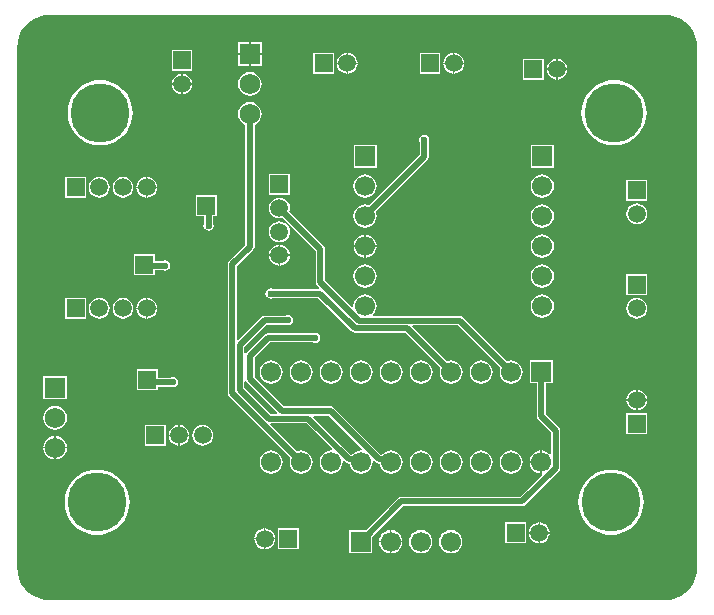
<source format=gbl>
G04*
G04 #@! TF.GenerationSoftware,Altium Limited,Altium Designer,24.3.1 (35)*
G04*
G04 Layer_Physical_Order=2*
G04 Layer_Color=16711680*
%FSLAX25Y25*%
%MOIN*%
G70*
G04*
G04 #@! TF.SameCoordinates,C640A665-BD72-4C55-9E38-BDB06A3A2499*
G04*
G04*
G04 #@! TF.FilePolarity,Positive*
G04*
G01*
G75*
%ADD37C,0.02000*%
%ADD38C,0.19685*%
%ADD39C,0.05906*%
%ADD40R,0.05906X0.05906*%
%ADD41R,0.05906X0.05906*%
%ADD42R,0.06693X0.06693*%
%ADD43C,0.06693*%
%ADD44R,0.06890X0.06890*%
%ADD45C,0.06890*%
%ADD46R,0.06693X0.06693*%
%ADD47C,0.02362*%
%ADD48R,0.06000X0.06000*%
G36*
X190887Y162409D02*
X192740Y161913D01*
X194479Y161102D01*
X196050Y160002D01*
X197407Y158645D01*
X198507Y157074D01*
X199318Y155335D01*
X199814Y153482D01*
X199985Y151536D01*
Y-21622D01*
X199814Y-23568D01*
X199318Y-25421D01*
X198507Y-27160D01*
X197407Y-28731D01*
X196050Y-30088D01*
X194479Y-31188D01*
X192740Y-31999D01*
X190887Y-32495D01*
X188941Y-32666D01*
X-15713D01*
X-17659Y-32495D01*
X-19512Y-31999D01*
X-21251Y-31188D01*
X-22822Y-30088D01*
X-24179Y-28731D01*
X-25279Y-27160D01*
X-26090Y-25421D01*
X-26586Y-23568D01*
X-26756Y-21622D01*
X-26756Y151536D01*
X-26586Y153482D01*
X-26090Y155335D01*
X-25279Y157074D01*
X-24179Y158645D01*
X-22822Y160002D01*
X-21251Y161102D01*
X-19512Y161913D01*
X-17659Y162409D01*
X-15713Y162579D01*
X188941D01*
X190887Y162409D01*
D02*
G37*
%LPC*%
G36*
X54831Y153410D02*
X51136D01*
Y149715D01*
X54831D01*
Y153410D01*
D02*
G37*
G36*
X50636D02*
X46941D01*
Y149715D01*
X50636D01*
Y153410D01*
D02*
G37*
G36*
X83616Y149804D02*
Y146605D01*
X86816D01*
X86730Y147256D01*
X86382Y148096D01*
X85829Y148817D01*
X85107Y149371D01*
X84267Y149718D01*
X83616Y149804D01*
D02*
G37*
G36*
X119049Y149804D02*
Y146605D01*
X122249D01*
X122163Y147256D01*
X121815Y148096D01*
X121262Y148817D01*
X120540Y149371D01*
X119701Y149718D01*
X119049Y149804D01*
D02*
G37*
G36*
X118549D02*
X117898Y149718D01*
X117058Y149371D01*
X116337Y148817D01*
X115783Y148096D01*
X115435Y147256D01*
X115350Y146605D01*
X118549D01*
Y149804D01*
D02*
G37*
G36*
X83116D02*
X82465Y149718D01*
X81625Y149371D01*
X80904Y148817D01*
X80350Y148096D01*
X80002Y147256D01*
X79917Y146605D01*
X83116D01*
Y149804D01*
D02*
G37*
G36*
X54831Y149215D02*
X51136D01*
Y145520D01*
X54831D01*
Y149215D01*
D02*
G37*
G36*
X50636D02*
X46941D01*
Y145520D01*
X50636D01*
Y149215D01*
D02*
G37*
G36*
X153498Y147836D02*
Y144636D01*
X156698D01*
X156612Y145287D01*
X156264Y146127D01*
X155711Y146849D01*
X154989Y147402D01*
X154149Y147750D01*
X153498Y147836D01*
D02*
G37*
G36*
X152998D02*
X152347Y147750D01*
X151507Y147402D01*
X150786Y146849D01*
X150232Y146127D01*
X149884Y145287D01*
X149798Y144636D01*
X152998D01*
Y147836D01*
D02*
G37*
G36*
X31701Y150792D02*
X24795D01*
Y143886D01*
X31701D01*
Y150792D01*
D02*
G37*
G36*
X86816Y146105D02*
X83616D01*
Y142905D01*
X84267Y142991D01*
X85107Y143339D01*
X85829Y143892D01*
X86382Y144613D01*
X86730Y145453D01*
X86816Y146105D01*
D02*
G37*
G36*
X118549D02*
X115350D01*
X115435Y145453D01*
X115783Y144613D01*
X116337Y143892D01*
X117058Y143339D01*
X117898Y142991D01*
X118549Y142905D01*
Y146105D01*
D02*
G37*
G36*
X122249D02*
X119049D01*
Y142905D01*
X119701Y142991D01*
X120540Y143339D01*
X121262Y143892D01*
X121815Y144613D01*
X122163Y145453D01*
X122249Y146105D01*
D02*
G37*
G36*
X83116D02*
X79917D01*
X80002Y145453D01*
X80350Y144613D01*
X80904Y143892D01*
X81625Y143339D01*
X82465Y142991D01*
X83116Y142905D01*
Y146105D01*
D02*
G37*
G36*
X114378Y149807D02*
X107473D01*
Y142902D01*
X114378D01*
Y149807D01*
D02*
G37*
G36*
X78945D02*
X72039D01*
Y142902D01*
X78945D01*
Y149807D01*
D02*
G37*
G36*
X156698Y144136D02*
X153498D01*
Y140936D01*
X154149Y141022D01*
X154989Y141370D01*
X155711Y141923D01*
X156264Y142645D01*
X156612Y143485D01*
X156698Y144136D01*
D02*
G37*
G36*
X152998D02*
X149798D01*
X149884Y143485D01*
X150232Y142645D01*
X150786Y141923D01*
X151507Y141370D01*
X152347Y141022D01*
X152998Y140936D01*
Y144136D01*
D02*
G37*
G36*
X148827Y147839D02*
X141921D01*
Y140933D01*
X148827D01*
Y147839D01*
D02*
G37*
G36*
X28498Y142914D02*
Y139715D01*
X31698D01*
X31612Y140366D01*
X31264Y141206D01*
X30711Y141927D01*
X29989Y142481D01*
X29149Y142829D01*
X28498Y142914D01*
D02*
G37*
G36*
X27998D02*
X27347Y142829D01*
X26507Y142481D01*
X25785Y141927D01*
X25232Y141206D01*
X24884Y140366D01*
X24798Y139715D01*
X27998D01*
Y142914D01*
D02*
G37*
G36*
X31698Y139215D02*
X28498D01*
Y136015D01*
X29149Y136101D01*
X29989Y136449D01*
X30711Y137002D01*
X31264Y137724D01*
X31612Y138563D01*
X31698Y139215D01*
D02*
G37*
G36*
X27998D02*
X24798D01*
X24884Y138563D01*
X25232Y137724D01*
X25785Y137002D01*
X26507Y136449D01*
X27347Y136101D01*
X27998Y136015D01*
Y139215D01*
D02*
G37*
G36*
X50886Y143444D02*
X49856Y143308D01*
X48896Y142911D01*
X48072Y142278D01*
X47440Y141454D01*
X47043Y140495D01*
X46907Y139465D01*
X47043Y138435D01*
X47440Y137475D01*
X48072Y136651D01*
X48896Y136019D01*
X49856Y135622D01*
X50886Y135486D01*
X51916Y135622D01*
X52875Y136019D01*
X53699Y136651D01*
X54332Y137475D01*
X54729Y138435D01*
X54865Y139465D01*
X54729Y140495D01*
X54332Y141454D01*
X53699Y142278D01*
X52875Y142911D01*
X51916Y143308D01*
X50886Y143444D01*
D02*
G37*
G36*
X172244Y140778D02*
X170545Y140644D01*
X168888Y140246D01*
X167314Y139594D01*
X165861Y138704D01*
X164565Y137597D01*
X163458Y136301D01*
X162567Y134848D01*
X161915Y133273D01*
X161518Y131616D01*
X161384Y129918D01*
X161518Y128219D01*
X161915Y126561D01*
X162567Y124987D01*
X163458Y123534D01*
X164565Y122238D01*
X165861Y121131D01*
X167314Y120241D01*
X168888Y119589D01*
X170545Y119191D01*
X172244Y119057D01*
X173943Y119191D01*
X175600Y119589D01*
X177174Y120241D01*
X178628Y121131D01*
X179923Y122238D01*
X181030Y123534D01*
X181921Y124987D01*
X182573Y126561D01*
X182971Y128219D01*
X183104Y129918D01*
X182971Y131616D01*
X182573Y133273D01*
X181921Y134848D01*
X181030Y136301D01*
X179923Y137597D01*
X178628Y138704D01*
X177174Y139594D01*
X175600Y140246D01*
X173943Y140644D01*
X172244Y140778D01*
D02*
G37*
G36*
X984Y140778D02*
X-715Y140644D01*
X-2372Y140246D01*
X-3946Y139594D01*
X-5399Y138704D01*
X-6695Y137597D01*
X-7802Y136301D01*
X-8692Y134848D01*
X-9345Y133273D01*
X-9742Y131616D01*
X-9876Y129918D01*
X-9742Y128219D01*
X-9345Y126561D01*
X-8692Y124987D01*
X-7802Y123534D01*
X-6695Y122238D01*
X-5399Y121131D01*
X-3946Y120241D01*
X-2372Y119589D01*
X-715Y119191D01*
X984Y119057D01*
X2683Y119191D01*
X4340Y119589D01*
X5915Y120241D01*
X7368Y121131D01*
X8664Y122238D01*
X9770Y123534D01*
X10661Y124987D01*
X11313Y126561D01*
X11711Y128219D01*
X11845Y129918D01*
X11711Y131616D01*
X11313Y133273D01*
X10661Y134848D01*
X9770Y136301D01*
X8664Y137597D01*
X7368Y138704D01*
X5915Y139594D01*
X4340Y140246D01*
X2683Y140644D01*
X984Y140778D01*
D02*
G37*
G36*
X152173Y119256D02*
X144480D01*
Y111563D01*
X152173D01*
Y119256D01*
D02*
G37*
G36*
X93118D02*
X85425D01*
Y111563D01*
X93118D01*
Y119256D01*
D02*
G37*
G36*
X16687Y108466D02*
Y105266D01*
X19887D01*
X19801Y105917D01*
X19453Y106757D01*
X18900Y107478D01*
X18178Y108032D01*
X17338Y108380D01*
X16687Y108466D01*
D02*
G37*
G36*
X16187D02*
X15536Y108380D01*
X14696Y108032D01*
X13974Y107478D01*
X13421Y106757D01*
X13073Y105917D01*
X12987Y105266D01*
X16187D01*
Y108466D01*
D02*
G37*
G36*
X64181Y109453D02*
X57276D01*
Y102548D01*
X64181D01*
Y109453D01*
D02*
G37*
G36*
X16187Y104766D02*
X12987D01*
X13073Y104115D01*
X13421Y103275D01*
X13974Y102553D01*
X14696Y102000D01*
X15536Y101652D01*
X16187Y101566D01*
Y104766D01*
D02*
G37*
G36*
X19887D02*
X16687D01*
Y101566D01*
X17338Y101652D01*
X18178Y102000D01*
X18900Y102553D01*
X19453Y103275D01*
X19801Y104115D01*
X19887Y104766D01*
D02*
G37*
G36*
X-3732Y108469D02*
X-10638D01*
Y101563D01*
X-3732D01*
Y108469D01*
D02*
G37*
G36*
X8563Y108499D02*
X7662Y108380D01*
X6822Y108032D01*
X6101Y107478D01*
X5547Y106757D01*
X5199Y105917D01*
X5080Y105016D01*
X5199Y104115D01*
X5547Y103275D01*
X6101Y102553D01*
X6822Y102000D01*
X7662Y101652D01*
X8563Y101533D01*
X9464Y101652D01*
X10304Y102000D01*
X11026Y102553D01*
X11579Y103275D01*
X11927Y104115D01*
X12046Y105016D01*
X11927Y105917D01*
X11579Y106757D01*
X11026Y107478D01*
X10304Y108032D01*
X9464Y108380D01*
X8563Y108499D01*
D02*
G37*
G36*
X689D02*
X-212Y108380D01*
X-1052Y108032D01*
X-1774Y107478D01*
X-2327Y106757D01*
X-2675Y105917D01*
X-2794Y105016D01*
X-2675Y104115D01*
X-2327Y103275D01*
X-1774Y102553D01*
X-1052Y102000D01*
X-212Y101652D01*
X689Y101533D01*
X1590Y101652D01*
X2430Y102000D01*
X3151Y102553D01*
X3705Y103275D01*
X4053Y104115D01*
X4172Y105016D01*
X4053Y105917D01*
X3705Y106757D01*
X3151Y107478D01*
X2430Y108032D01*
X1590Y108380D01*
X689Y108499D01*
D02*
G37*
G36*
X148327Y109289D02*
X147323Y109157D01*
X146387Y108770D01*
X145583Y108153D01*
X144967Y107350D01*
X144579Y106414D01*
X144447Y105410D01*
X144579Y104406D01*
X144967Y103470D01*
X145583Y102666D01*
X146387Y102050D01*
X147323Y101662D01*
X148327Y101530D01*
X149331Y101662D01*
X150267Y102050D01*
X151070Y102666D01*
X151687Y103470D01*
X152074Y104406D01*
X152206Y105410D01*
X152074Y106414D01*
X151687Y107350D01*
X151070Y108153D01*
X150267Y108770D01*
X149331Y109157D01*
X148327Y109289D01*
D02*
G37*
G36*
X89272D02*
X88268Y109157D01*
X87332Y108770D01*
X86528Y108153D01*
X85912Y107350D01*
X85524Y106414D01*
X85392Y105410D01*
X85524Y104406D01*
X85912Y103470D01*
X86528Y102666D01*
X87332Y102050D01*
X88268Y101662D01*
X89272Y101530D01*
X90276Y101662D01*
X91211Y102050D01*
X92015Y102666D01*
X92632Y103470D01*
X93019Y104406D01*
X93151Y105410D01*
X93019Y106414D01*
X92632Y107350D01*
X92015Y108153D01*
X91211Y108770D01*
X90276Y109157D01*
X89272Y109289D01*
D02*
G37*
G36*
X183276Y107484D02*
X176370D01*
Y100579D01*
X183276D01*
Y107484D01*
D02*
G37*
G36*
X108957Y122478D02*
X108301Y122348D01*
X107745Y121976D01*
X107373Y121420D01*
X107243Y120764D01*
X107373Y120108D01*
X107427Y120027D01*
Y115728D01*
X90686Y98987D01*
X90276Y99157D01*
X89272Y99289D01*
X88268Y99157D01*
X87332Y98770D01*
X86528Y98153D01*
X85912Y97350D01*
X85524Y96414D01*
X85392Y95410D01*
X85524Y94406D01*
X85912Y93470D01*
X86528Y92666D01*
X87332Y92050D01*
X88268Y91662D01*
X89272Y91530D01*
X90276Y91662D01*
X91211Y92050D01*
X92015Y92666D01*
X92632Y93470D01*
X93019Y94406D01*
X93151Y95410D01*
X93019Y96414D01*
X92849Y96824D01*
X110038Y114013D01*
X110370Y114509D01*
X110486Y115095D01*
Y120027D01*
X110540Y120108D01*
X110671Y120764D01*
X110540Y121420D01*
X110169Y121976D01*
X109613Y122348D01*
X108957Y122478D01*
D02*
G37*
G36*
X179823Y99640D02*
X178921Y99522D01*
X178082Y99174D01*
X177360Y98620D01*
X176807Y97899D01*
X176459Y97059D01*
X176340Y96158D01*
X176459Y95256D01*
X176807Y94416D01*
X177360Y93695D01*
X178082Y93142D01*
X178921Y92794D01*
X179823Y92675D01*
X180724Y92794D01*
X181564Y93142D01*
X182285Y93695D01*
X182839Y94416D01*
X183187Y95256D01*
X183305Y96158D01*
X183187Y97059D01*
X182839Y97899D01*
X182285Y98620D01*
X181564Y99174D01*
X180724Y99522D01*
X179823Y99640D01*
D02*
G37*
G36*
X148327Y99289D02*
X147323Y99157D01*
X146387Y98770D01*
X145583Y98153D01*
X144967Y97350D01*
X144579Y96414D01*
X144447Y95410D01*
X144579Y94406D01*
X144967Y93470D01*
X145583Y92666D01*
X146387Y92050D01*
X147323Y91662D01*
X148327Y91530D01*
X149331Y91662D01*
X150267Y92050D01*
X151070Y92666D01*
X151687Y93470D01*
X152074Y94406D01*
X152206Y95410D01*
X152074Y96414D01*
X151687Y97350D01*
X151070Y98153D01*
X150267Y98770D01*
X149331Y99157D01*
X148327Y99289D01*
D02*
G37*
G36*
X39878Y102355D02*
X32878D01*
Y95355D01*
X35577D01*
Y92958D01*
X35523Y92877D01*
X35392Y92221D01*
X35523Y91565D01*
X35894Y91009D01*
X36450Y90637D01*
X37106Y90507D01*
X37762Y90637D01*
X38318Y91009D01*
X38690Y91565D01*
X38820Y92221D01*
X38690Y92877D01*
X38636Y92958D01*
Y95355D01*
X39878D01*
Y102355D01*
D02*
G37*
G36*
X60728Y93735D02*
X59827Y93616D01*
X58987Y93268D01*
X58266Y92715D01*
X57712Y91993D01*
X57364Y91154D01*
X57246Y90252D01*
X57364Y89351D01*
X57712Y88511D01*
X58266Y87790D01*
X58987Y87236D01*
X59827Y86888D01*
X60728Y86770D01*
X61630Y86888D01*
X62470Y87236D01*
X63191Y87790D01*
X63744Y88511D01*
X64092Y89351D01*
X64211Y90252D01*
X64092Y91154D01*
X63744Y91993D01*
X63191Y92715D01*
X62470Y93268D01*
X61630Y93616D01*
X60728Y93735D01*
D02*
G37*
G36*
X89522Y89256D02*
Y85660D01*
X93118D01*
X93019Y86414D01*
X92632Y87349D01*
X92015Y88153D01*
X91211Y88770D01*
X90276Y89157D01*
X89522Y89256D01*
D02*
G37*
G36*
X89022D02*
X88268Y89157D01*
X87332Y88770D01*
X86528Y88153D01*
X85912Y87349D01*
X85524Y86414D01*
X85425Y85660D01*
X89022D01*
Y89256D01*
D02*
G37*
G36*
X60978Y85828D02*
Y82628D01*
X64178D01*
X64092Y83280D01*
X63744Y84119D01*
X63191Y84841D01*
X62470Y85394D01*
X61630Y85742D01*
X60978Y85828D01*
D02*
G37*
G36*
X60478D02*
X59827Y85742D01*
X58987Y85394D01*
X58266Y84841D01*
X57712Y84119D01*
X57364Y83280D01*
X57279Y82628D01*
X60478D01*
Y85828D01*
D02*
G37*
G36*
X93118Y85160D02*
X89522D01*
Y81563D01*
X90276Y81662D01*
X91211Y82050D01*
X92015Y82666D01*
X92632Y83470D01*
X93019Y84406D01*
X93118Y85160D01*
D02*
G37*
G36*
X89022D02*
X85425D01*
X85524Y84406D01*
X85912Y83470D01*
X86528Y82666D01*
X87332Y82050D01*
X88268Y81662D01*
X89022Y81563D01*
Y85160D01*
D02*
G37*
G36*
X148327Y89289D02*
X147323Y89157D01*
X146387Y88770D01*
X145583Y88153D01*
X144967Y87349D01*
X144579Y86414D01*
X144447Y85410D01*
X144579Y84406D01*
X144967Y83470D01*
X145583Y82666D01*
X146387Y82050D01*
X147323Y81662D01*
X148327Y81530D01*
X149331Y81662D01*
X150267Y82050D01*
X151070Y82666D01*
X151687Y83470D01*
X152074Y84406D01*
X152206Y85410D01*
X152074Y86414D01*
X151687Y87349D01*
X151070Y88153D01*
X150267Y88770D01*
X149331Y89157D01*
X148327Y89289D01*
D02*
G37*
G36*
X60478Y82128D02*
X57279D01*
X57364Y81477D01*
X57712Y80637D01*
X58266Y79916D01*
X58987Y79362D01*
X59827Y79014D01*
X60478Y78929D01*
Y82128D01*
D02*
G37*
G36*
X64178D02*
X60978D01*
Y78929D01*
X61630Y79014D01*
X62470Y79362D01*
X63191Y79916D01*
X63744Y80637D01*
X64092Y81477D01*
X64178Y82128D01*
D02*
G37*
G36*
X19209Y82670D02*
X12209D01*
Y75669D01*
X19209D01*
Y77384D01*
X21802D01*
X21883Y77330D01*
X22539Y77200D01*
X23195Y77330D01*
X23751Y77702D01*
X24123Y78258D01*
X24253Y78914D01*
X24123Y79570D01*
X23751Y80126D01*
X23195Y80497D01*
X22539Y80628D01*
X21883Y80497D01*
X21802Y80443D01*
X19209D01*
Y82670D01*
D02*
G37*
G36*
X148327Y79289D02*
X147323Y79157D01*
X146387Y78770D01*
X145583Y78153D01*
X144967Y77350D01*
X144579Y76414D01*
X144447Y75410D01*
X144579Y74406D01*
X144967Y73470D01*
X145583Y72666D01*
X146387Y72050D01*
X147323Y71662D01*
X148327Y71530D01*
X149331Y71662D01*
X150267Y72050D01*
X151070Y72666D01*
X151687Y73470D01*
X152074Y74406D01*
X152206Y75410D01*
X152074Y76414D01*
X151687Y77350D01*
X151070Y78153D01*
X150267Y78770D01*
X149331Y79157D01*
X148327Y79289D01*
D02*
G37*
G36*
X89272D02*
X88268Y79157D01*
X87332Y78770D01*
X86528Y78153D01*
X85912Y77350D01*
X85524Y76414D01*
X85392Y75410D01*
X85524Y74406D01*
X85912Y73470D01*
X86528Y72666D01*
X87332Y72050D01*
X88268Y71662D01*
X89272Y71530D01*
X90276Y71662D01*
X91211Y72050D01*
X92015Y72666D01*
X92632Y73470D01*
X93019Y74406D01*
X93151Y75410D01*
X93019Y76414D01*
X92632Y77350D01*
X92015Y78153D01*
X91211Y78770D01*
X90276Y79157D01*
X89272Y79289D01*
D02*
G37*
G36*
X60728Y101609D02*
X59827Y101490D01*
X58987Y101142D01*
X58266Y100589D01*
X57712Y99867D01*
X57364Y99028D01*
X57246Y98126D01*
X57364Y97225D01*
X57712Y96385D01*
X58266Y95664D01*
X58987Y95110D01*
X59827Y94762D01*
X60728Y94644D01*
X61630Y94762D01*
X61842Y94850D01*
X72840Y83851D01*
Y73457D01*
X72957Y72872D01*
X73289Y72376D01*
X74052Y71612D01*
X73845Y71112D01*
X58513D01*
X58432Y71166D01*
X57776Y71297D01*
X57120Y71166D01*
X56564Y70795D01*
X56192Y70239D01*
X56062Y69583D01*
X56192Y68927D01*
X56564Y68371D01*
X57120Y67999D01*
X57776Y67869D01*
X58432Y67999D01*
X58513Y68054D01*
X73603D01*
X84675Y56982D01*
X85171Y56650D01*
X85757Y56534D01*
X102756D01*
X114395Y44895D01*
X114225Y44485D01*
X114093Y43481D01*
X114225Y42476D01*
X114613Y41541D01*
X115229Y40737D01*
X116033Y40121D01*
X116968Y39733D01*
X117973Y39601D01*
X118977Y39733D01*
X119912Y40121D01*
X120716Y40737D01*
X121332Y41541D01*
X121720Y42476D01*
X121852Y43481D01*
X121720Y44485D01*
X121332Y45420D01*
X120716Y46224D01*
X119912Y46840D01*
X118977Y47228D01*
X117973Y47360D01*
X116968Y47228D01*
X116558Y47058D01*
X105044Y58572D01*
X105235Y59034D01*
X120256D01*
X134395Y44895D01*
X134225Y44485D01*
X134093Y43481D01*
X134225Y42476D01*
X134613Y41541D01*
X135229Y40737D01*
X136033Y40121D01*
X136968Y39733D01*
X137972Y39601D01*
X138977Y39733D01*
X139912Y40121D01*
X140716Y40737D01*
X141332Y41541D01*
X141720Y42476D01*
X141852Y43481D01*
X141720Y44485D01*
X141332Y45420D01*
X140716Y46224D01*
X139912Y46840D01*
X138977Y47228D01*
X137972Y47360D01*
X136968Y47228D01*
X136558Y47058D01*
X121971Y61645D01*
X121475Y61976D01*
X120890Y62093D01*
X92045D01*
X91884Y62566D01*
X92015Y62666D01*
X92632Y63470D01*
X93019Y64406D01*
X93151Y65410D01*
X93019Y66414D01*
X92632Y67349D01*
X92015Y68153D01*
X91211Y68770D01*
X90276Y69157D01*
X89272Y69289D01*
X88268Y69157D01*
X87332Y68770D01*
X86528Y68153D01*
X85912Y67349D01*
X85524Y66414D01*
X85392Y65410D01*
X85413Y65246D01*
X84965Y65025D01*
X75899Y74091D01*
Y84485D01*
X75783Y85070D01*
X75451Y85566D01*
X64004Y97013D01*
X64092Y97225D01*
X64211Y98126D01*
X64092Y99028D01*
X63744Y99867D01*
X63191Y100589D01*
X62470Y101142D01*
X61630Y101490D01*
X60728Y101609D01*
D02*
G37*
G36*
X183276Y75988D02*
X176370D01*
Y69083D01*
X183276D01*
Y75988D01*
D02*
G37*
G36*
X16687Y68111D02*
Y64912D01*
X19887D01*
X19801Y65563D01*
X19453Y66403D01*
X18900Y67124D01*
X18178Y67678D01*
X17338Y68025D01*
X16687Y68111D01*
D02*
G37*
G36*
X16187D02*
X15536Y68025D01*
X14696Y67678D01*
X13974Y67124D01*
X13421Y66403D01*
X13073Y65563D01*
X12987Y64912D01*
X16187D01*
Y68111D01*
D02*
G37*
G36*
X148327Y69289D02*
X147323Y69157D01*
X146387Y68770D01*
X145583Y68153D01*
X144967Y67349D01*
X144579Y66414D01*
X144447Y65410D01*
X144579Y64406D01*
X144967Y63470D01*
X145583Y62666D01*
X146387Y62050D01*
X147323Y61662D01*
X148327Y61530D01*
X149331Y61662D01*
X150267Y62050D01*
X151070Y62666D01*
X151687Y63470D01*
X152074Y64406D01*
X152206Y65410D01*
X152074Y66414D01*
X151687Y67349D01*
X151070Y68153D01*
X150267Y68770D01*
X149331Y69157D01*
X148327Y69289D01*
D02*
G37*
G36*
X16187Y64412D02*
X12987D01*
X13073Y63760D01*
X13421Y62920D01*
X13974Y62199D01*
X14696Y61646D01*
X15536Y61298D01*
X16187Y61212D01*
Y64412D01*
D02*
G37*
G36*
X19887D02*
X16687D01*
Y61212D01*
X17338Y61298D01*
X18178Y61646D01*
X18900Y62199D01*
X19453Y62920D01*
X19801Y63760D01*
X19887Y64412D01*
D02*
G37*
G36*
X-3732Y68114D02*
X-10638D01*
Y61209D01*
X-3732D01*
Y68114D01*
D02*
G37*
G36*
X179823Y68144D02*
X178921Y68025D01*
X178082Y67678D01*
X177360Y67124D01*
X176807Y66403D01*
X176459Y65563D01*
X176340Y64662D01*
X176459Y63760D01*
X176807Y62920D01*
X177360Y62199D01*
X178082Y61646D01*
X178921Y61298D01*
X179823Y61179D01*
X180724Y61298D01*
X181564Y61646D01*
X182285Y62199D01*
X182839Y62920D01*
X183187Y63760D01*
X183305Y64662D01*
X183187Y65563D01*
X182839Y66403D01*
X182285Y67124D01*
X181564Y67678D01*
X180724Y68025D01*
X179823Y68144D01*
D02*
G37*
G36*
X8563Y68144D02*
X7662Y68025D01*
X6822Y67678D01*
X6101Y67124D01*
X5547Y66403D01*
X5199Y65563D01*
X5080Y64662D01*
X5199Y63760D01*
X5547Y62920D01*
X6101Y62199D01*
X6822Y61646D01*
X7662Y61298D01*
X8563Y61179D01*
X9464Y61298D01*
X10304Y61646D01*
X11026Y62199D01*
X11579Y62920D01*
X11927Y63760D01*
X12046Y64662D01*
X11927Y65563D01*
X11579Y66403D01*
X11026Y67124D01*
X10304Y67678D01*
X9464Y68025D01*
X8563Y68144D01*
D02*
G37*
G36*
X689D02*
X-212Y68025D01*
X-1052Y67678D01*
X-1774Y67124D01*
X-2327Y66403D01*
X-2675Y65563D01*
X-2794Y64662D01*
X-2675Y63760D01*
X-2327Y62920D01*
X-1774Y62199D01*
X-1052Y61646D01*
X-212Y61298D01*
X689Y61179D01*
X1590Y61298D01*
X2430Y61646D01*
X3151Y62199D01*
X3705Y62920D01*
X4053Y63760D01*
X4172Y64662D01*
X4053Y65563D01*
X3705Y66403D01*
X3151Y67124D01*
X2430Y67678D01*
X1590Y68025D01*
X689Y68144D01*
D02*
G37*
G36*
X50886Y133444D02*
X49856Y133308D01*
X48896Y132911D01*
X48072Y132278D01*
X47440Y131454D01*
X47043Y130495D01*
X46907Y129465D01*
X47043Y128435D01*
X47440Y127475D01*
X48072Y126651D01*
X48896Y126019D01*
X49356Y125828D01*
Y85874D01*
X43942Y80459D01*
X43610Y79963D01*
X43494Y79378D01*
Y36430D01*
X43610Y35845D01*
X43942Y35348D01*
X64395Y14895D01*
X64225Y14485D01*
X64093Y13480D01*
X64225Y12476D01*
X64613Y11541D01*
X65229Y10737D01*
X66033Y10121D01*
X66968Y9733D01*
X67972Y9601D01*
X68977Y9733D01*
X69912Y10121D01*
X70716Y10737D01*
X71332Y11541D01*
X71720Y12476D01*
X71852Y13480D01*
X71720Y14485D01*
X71332Y15420D01*
X70716Y16224D01*
X69912Y16840D01*
X68977Y17228D01*
X67972Y17360D01*
X66968Y17228D01*
X66558Y17058D01*
X57681Y25934D01*
X57873Y26396D01*
X69748D01*
X78357Y17787D01*
X78136Y17339D01*
X77973Y17360D01*
X76968Y17228D01*
X76033Y16840D01*
X75229Y16224D01*
X74613Y15420D01*
X74225Y14485D01*
X74093Y13480D01*
X74225Y12476D01*
X74613Y11541D01*
X75229Y10737D01*
X76033Y10121D01*
X76968Y9733D01*
X77973Y9601D01*
X78977Y9733D01*
X79912Y10121D01*
X80716Y10737D01*
X81332Y11541D01*
X81720Y12476D01*
X81852Y13480D01*
X81831Y13644D01*
X82279Y13865D01*
X82847Y13297D01*
X83343Y12966D01*
X83929Y12849D01*
X84176D01*
X84225Y12476D01*
X84613Y11541D01*
X85229Y10737D01*
X86033Y10121D01*
X86968Y9733D01*
X87972Y9601D01*
X88977Y9733D01*
X89912Y10121D01*
X90716Y10737D01*
X91332Y11541D01*
X91720Y12476D01*
X91852Y13480D01*
X91831Y13644D01*
X92279Y13865D01*
X92847Y13297D01*
X93343Y12966D01*
X93928Y12849D01*
X94176D01*
X94225Y12476D01*
X94613Y11541D01*
X95229Y10737D01*
X96033Y10121D01*
X96968Y9733D01*
X97973Y9601D01*
X98977Y9733D01*
X99912Y10121D01*
X100716Y10737D01*
X101332Y11541D01*
X101720Y12476D01*
X101852Y13480D01*
X101720Y14485D01*
X101332Y15420D01*
X100716Y16224D01*
X99912Y16840D01*
X98977Y17228D01*
X97973Y17360D01*
X96968Y17228D01*
X96033Y16840D01*
X95229Y16224D01*
X95036Y15972D01*
X94520Y15950D01*
X78963Y31507D01*
X78466Y31839D01*
X77881Y31955D01*
X62133D01*
X52415Y41673D01*
Y48280D01*
X57425Y53290D01*
X71802D01*
X71883Y53236D01*
X72539Y53105D01*
X73195Y53236D01*
X73751Y53607D01*
X74123Y54163D01*
X74253Y54819D01*
X74123Y55475D01*
X73751Y56031D01*
X73195Y56403D01*
X72539Y56533D01*
X71883Y56403D01*
X71802Y56349D01*
X56791D01*
X56206Y56232D01*
X55710Y55901D01*
X49804Y49995D01*
X49553Y49618D01*
X49053Y49753D01*
Y51807D01*
X56441Y59195D01*
X62944D01*
X63025Y59141D01*
X63681Y59011D01*
X64337Y59141D01*
X64893Y59513D01*
X65265Y60069D01*
X65395Y60725D01*
X65265Y61381D01*
X64893Y61937D01*
X64337Y62308D01*
X63681Y62439D01*
X63025Y62308D01*
X62944Y62254D01*
X55807D01*
X55222Y62138D01*
X54726Y61806D01*
X47014Y54095D01*
X46553Y54286D01*
Y78745D01*
X51967Y84159D01*
X52299Y84655D01*
X52415Y85241D01*
Y125828D01*
X52875Y126019D01*
X53699Y126651D01*
X54332Y127475D01*
X54729Y128435D01*
X54865Y129465D01*
X54729Y130495D01*
X54332Y131454D01*
X53699Y132278D01*
X52875Y132911D01*
X51916Y133308D01*
X50886Y133444D01*
D02*
G37*
G36*
X127972Y47360D02*
X126968Y47228D01*
X126033Y46840D01*
X125229Y46224D01*
X124613Y45420D01*
X124225Y44485D01*
X124093Y43481D01*
X124225Y42476D01*
X124613Y41541D01*
X125229Y40737D01*
X126033Y40121D01*
X126968Y39733D01*
X127972Y39601D01*
X128977Y39733D01*
X129912Y40121D01*
X130716Y40737D01*
X131332Y41541D01*
X131720Y42476D01*
X131852Y43481D01*
X131720Y44485D01*
X131332Y45420D01*
X130716Y46224D01*
X129912Y46840D01*
X128977Y47228D01*
X127972Y47360D01*
D02*
G37*
G36*
X107973D02*
X106968Y47228D01*
X106033Y46840D01*
X105229Y46224D01*
X104613Y45420D01*
X104225Y44485D01*
X104093Y43481D01*
X104225Y42476D01*
X104613Y41541D01*
X105229Y40737D01*
X106033Y40121D01*
X106968Y39733D01*
X107973Y39601D01*
X108977Y39733D01*
X109912Y40121D01*
X110716Y40737D01*
X111332Y41541D01*
X111720Y42476D01*
X111852Y43481D01*
X111720Y44485D01*
X111332Y45420D01*
X110716Y46224D01*
X109912Y46840D01*
X108977Y47228D01*
X107973Y47360D01*
D02*
G37*
G36*
X97973D02*
X96968Y47228D01*
X96033Y46840D01*
X95229Y46224D01*
X94613Y45420D01*
X94225Y44485D01*
X94093Y43481D01*
X94225Y42476D01*
X94613Y41541D01*
X95229Y40737D01*
X96033Y40121D01*
X96968Y39733D01*
X97973Y39601D01*
X98977Y39733D01*
X99912Y40121D01*
X100716Y40737D01*
X101332Y41541D01*
X101720Y42476D01*
X101852Y43481D01*
X101720Y44485D01*
X101332Y45420D01*
X100716Y46224D01*
X99912Y46840D01*
X98977Y47228D01*
X97973Y47360D01*
D02*
G37*
G36*
X87972D02*
X86968Y47228D01*
X86033Y46840D01*
X85229Y46224D01*
X84613Y45420D01*
X84225Y44485D01*
X84093Y43481D01*
X84225Y42476D01*
X84613Y41541D01*
X85229Y40737D01*
X86033Y40121D01*
X86968Y39733D01*
X87972Y39601D01*
X88977Y39733D01*
X89912Y40121D01*
X90716Y40737D01*
X91332Y41541D01*
X91720Y42476D01*
X91852Y43481D01*
X91720Y44485D01*
X91332Y45420D01*
X90716Y46224D01*
X89912Y46840D01*
X88977Y47228D01*
X87972Y47360D01*
D02*
G37*
G36*
X77973D02*
X76968Y47228D01*
X76033Y46840D01*
X75229Y46224D01*
X74613Y45420D01*
X74225Y44485D01*
X74093Y43481D01*
X74225Y42476D01*
X74613Y41541D01*
X75229Y40737D01*
X76033Y40121D01*
X76968Y39733D01*
X77973Y39601D01*
X78977Y39733D01*
X79912Y40121D01*
X80716Y40737D01*
X81332Y41541D01*
X81720Y42476D01*
X81852Y43481D01*
X81720Y44485D01*
X81332Y45420D01*
X80716Y46224D01*
X79912Y46840D01*
X78977Y47228D01*
X77973Y47360D01*
D02*
G37*
G36*
X67972D02*
X66968Y47228D01*
X66033Y46840D01*
X65229Y46224D01*
X64613Y45420D01*
X64225Y44485D01*
X64093Y43481D01*
X64225Y42476D01*
X64613Y41541D01*
X65229Y40737D01*
X66033Y40121D01*
X66968Y39733D01*
X67972Y39601D01*
X68977Y39733D01*
X69912Y40121D01*
X70716Y40737D01*
X71332Y41541D01*
X71720Y42476D01*
X71852Y43481D01*
X71720Y44485D01*
X71332Y45420D01*
X70716Y46224D01*
X69912Y46840D01*
X68977Y47228D01*
X67972Y47360D01*
D02*
G37*
G36*
X57973D02*
X56968Y47228D01*
X56033Y46840D01*
X55229Y46224D01*
X54613Y45420D01*
X54225Y44485D01*
X54093Y43481D01*
X54225Y42476D01*
X54613Y41541D01*
X55229Y40737D01*
X56033Y40121D01*
X56968Y39733D01*
X57973Y39601D01*
X58977Y39733D01*
X59912Y40121D01*
X60716Y40737D01*
X61332Y41541D01*
X61720Y42476D01*
X61852Y43481D01*
X61720Y44485D01*
X61332Y45420D01*
X60716Y46224D01*
X59912Y46840D01*
X58977Y47228D01*
X57973Y47360D01*
D02*
G37*
G36*
X20193Y44284D02*
X13193D01*
Y37284D01*
X20193D01*
Y38526D01*
X24558D01*
X24639Y38472D01*
X25295Y38341D01*
X25951Y38472D01*
X26507Y38843D01*
X26879Y39399D01*
X27009Y40055D01*
X26879Y40711D01*
X26507Y41267D01*
X25951Y41639D01*
X25295Y41769D01*
X24639Y41639D01*
X24558Y41585D01*
X20193D01*
Y44284D01*
D02*
G37*
G36*
X180073Y37600D02*
Y34400D01*
X183273D01*
X183187Y35051D01*
X182839Y35891D01*
X182285Y36612D01*
X181564Y37166D01*
X180724Y37514D01*
X180073Y37600D01*
D02*
G37*
G36*
X179573D02*
X178921Y37514D01*
X178082Y37166D01*
X177360Y36612D01*
X176807Y35891D01*
X176459Y35051D01*
X176373Y34400D01*
X179573D01*
Y37600D01*
D02*
G37*
G36*
X-10130Y42189D02*
X-18020D01*
Y34299D01*
X-10130D01*
Y42189D01*
D02*
G37*
G36*
X183273Y33900D02*
X180073D01*
Y30700D01*
X180724Y30786D01*
X181564Y31134D01*
X182285Y31687D01*
X182839Y32409D01*
X183187Y33248D01*
X183273Y33900D01*
D02*
G37*
G36*
X179573D02*
X176373D01*
X176459Y33248D01*
X176807Y32409D01*
X177360Y31687D01*
X178082Y31134D01*
X178921Y30786D01*
X179573Y30700D01*
Y33900D01*
D02*
G37*
G36*
X-14075Y32223D02*
X-15105Y32088D01*
X-16064Y31690D01*
X-16888Y31058D01*
X-17521Y30234D01*
X-17918Y29274D01*
X-18054Y28244D01*
X-17918Y27215D01*
X-17521Y26255D01*
X-16888Y25431D01*
X-16064Y24799D01*
X-15105Y24401D01*
X-14075Y24265D01*
X-13045Y24401D01*
X-12085Y24799D01*
X-11261Y25431D01*
X-10629Y26255D01*
X-10231Y27215D01*
X-10096Y28244D01*
X-10231Y29274D01*
X-10629Y30234D01*
X-11261Y31058D01*
X-12085Y31690D01*
X-13045Y32088D01*
X-14075Y32223D01*
D02*
G37*
G36*
X183276Y29729D02*
X176370D01*
Y22823D01*
X183276D01*
Y29729D01*
D02*
G37*
G36*
X27514Y25789D02*
Y22589D01*
X30713D01*
X30628Y23240D01*
X30280Y24080D01*
X29726Y24801D01*
X29005Y25355D01*
X28165Y25703D01*
X27514Y25789D01*
D02*
G37*
G36*
X27014D02*
X26362Y25703D01*
X25523Y25355D01*
X24801Y24801D01*
X24248Y24080D01*
X23900Y23240D01*
X23814Y22589D01*
X27014D01*
Y25789D01*
D02*
G37*
G36*
X30713Y22089D02*
X27514D01*
Y18889D01*
X28165Y18975D01*
X29005Y19323D01*
X29726Y19876D01*
X30280Y20598D01*
X30628Y21438D01*
X30713Y22089D01*
D02*
G37*
G36*
X27014D02*
X23814D01*
X23900Y21438D01*
X24248Y20598D01*
X24801Y19876D01*
X25523Y19323D01*
X26362Y18975D01*
X27014Y18889D01*
Y22089D01*
D02*
G37*
G36*
X22842Y25792D02*
X15937D01*
Y18886D01*
X22842D01*
Y25792D01*
D02*
G37*
G36*
X35138Y25821D02*
X34236Y25703D01*
X33397Y25355D01*
X32675Y24801D01*
X32122Y24080D01*
X31774Y23240D01*
X31655Y22339D01*
X31774Y21438D01*
X32122Y20598D01*
X32675Y19876D01*
X33397Y19323D01*
X34236Y18975D01*
X35138Y18856D01*
X36039Y18975D01*
X36879Y19323D01*
X37600Y19876D01*
X38154Y20598D01*
X38502Y21438D01*
X38620Y22339D01*
X38502Y23240D01*
X38154Y24080D01*
X37600Y24801D01*
X36879Y25355D01*
X36039Y25703D01*
X35138Y25821D01*
D02*
G37*
G36*
X-13825Y22190D02*
Y18494D01*
X-10129D01*
X-10231Y19274D01*
X-10629Y20234D01*
X-11261Y21058D01*
X-12085Y21690D01*
X-13045Y22088D01*
X-13825Y22190D01*
D02*
G37*
G36*
X-14325D02*
X-15105Y22088D01*
X-16064Y21690D01*
X-16888Y21058D01*
X-17521Y20234D01*
X-17918Y19274D01*
X-18021Y18494D01*
X-14325D01*
Y22190D01*
D02*
G37*
G36*
X151819Y47327D02*
X144126D01*
Y39634D01*
X146443D01*
Y28727D01*
X146560Y28142D01*
X146891Y27645D01*
X151290Y23247D01*
Y16254D01*
X150816Y16093D01*
X150716Y16224D01*
X149912Y16840D01*
X148977Y17228D01*
X148222Y17327D01*
Y13480D01*
Y9447D01*
X148357Y9174D01*
X141075Y1892D01*
X101272D01*
X100687Y1776D01*
X100190Y1444D01*
X89499Y-9248D01*
X83969D01*
Y-16941D01*
X91662D01*
Y-11411D01*
X101905Y-1167D01*
X141709D01*
X142294Y-1050D01*
X142790Y-719D01*
X153900Y10392D01*
X154232Y10888D01*
X154348Y11473D01*
Y23880D01*
X154232Y24466D01*
X153900Y24962D01*
X149502Y29360D01*
Y39634D01*
X151819D01*
Y47327D01*
D02*
G37*
G36*
X-10129Y17994D02*
X-13825D01*
Y14298D01*
X-13045Y14401D01*
X-12085Y14798D01*
X-11261Y15431D01*
X-10629Y16255D01*
X-10231Y17214D01*
X-10129Y17994D01*
D02*
G37*
G36*
X-14325D02*
X-18021D01*
X-17918Y17214D01*
X-17521Y16255D01*
X-16888Y15431D01*
X-16064Y14798D01*
X-15105Y14401D01*
X-14325Y14298D01*
Y17994D01*
D02*
G37*
G36*
X147722Y17327D02*
X146968Y17228D01*
X146033Y16840D01*
X145229Y16224D01*
X144613Y15420D01*
X144225Y14485D01*
X144126Y13731D01*
X147722D01*
Y17327D01*
D02*
G37*
G36*
Y13230D02*
X144126D01*
X144225Y12476D01*
X144613Y11541D01*
X145229Y10737D01*
X146033Y10121D01*
X146968Y9733D01*
X147722Y9634D01*
Y13230D01*
D02*
G37*
G36*
X137972Y17360D02*
X136968Y17228D01*
X136033Y16840D01*
X135229Y16224D01*
X134613Y15420D01*
X134225Y14485D01*
X134093Y13480D01*
X134225Y12476D01*
X134613Y11541D01*
X135229Y10737D01*
X136033Y10121D01*
X136968Y9733D01*
X137972Y9601D01*
X138977Y9733D01*
X139912Y10121D01*
X140716Y10737D01*
X141332Y11541D01*
X141720Y12476D01*
X141852Y13480D01*
X141720Y14485D01*
X141332Y15420D01*
X140716Y16224D01*
X139912Y16840D01*
X138977Y17228D01*
X137972Y17360D01*
D02*
G37*
G36*
X127972D02*
X126968Y17228D01*
X126033Y16840D01*
X125229Y16224D01*
X124613Y15420D01*
X124225Y14485D01*
X124093Y13480D01*
X124225Y12476D01*
X124613Y11541D01*
X125229Y10737D01*
X126033Y10121D01*
X126968Y9733D01*
X127972Y9601D01*
X128977Y9733D01*
X129912Y10121D01*
X130716Y10737D01*
X131332Y11541D01*
X131720Y12476D01*
X131852Y13480D01*
X131720Y14485D01*
X131332Y15420D01*
X130716Y16224D01*
X129912Y16840D01*
X128977Y17228D01*
X127972Y17360D01*
D02*
G37*
G36*
X117973D02*
X116968Y17228D01*
X116033Y16840D01*
X115229Y16224D01*
X114613Y15420D01*
X114225Y14485D01*
X114093Y13480D01*
X114225Y12476D01*
X114613Y11541D01*
X115229Y10737D01*
X116033Y10121D01*
X116968Y9733D01*
X117973Y9601D01*
X118977Y9733D01*
X119912Y10121D01*
X120716Y10737D01*
X121332Y11541D01*
X121720Y12476D01*
X121852Y13480D01*
X121720Y14485D01*
X121332Y15420D01*
X120716Y16224D01*
X119912Y16840D01*
X118977Y17228D01*
X117973Y17360D01*
D02*
G37*
G36*
X107973D02*
X106968Y17228D01*
X106033Y16840D01*
X105229Y16224D01*
X104613Y15420D01*
X104225Y14485D01*
X104093Y13480D01*
X104225Y12476D01*
X104613Y11541D01*
X105229Y10737D01*
X106033Y10121D01*
X106968Y9733D01*
X107973Y9601D01*
X108977Y9733D01*
X109912Y10121D01*
X110716Y10737D01*
X111332Y11541D01*
X111720Y12476D01*
X111852Y13480D01*
X111720Y14485D01*
X111332Y15420D01*
X110716Y16224D01*
X109912Y16840D01*
X108977Y17228D01*
X107973Y17360D01*
D02*
G37*
G36*
X57973D02*
X56968Y17228D01*
X56033Y16840D01*
X55229Y16224D01*
X54613Y15420D01*
X54225Y14485D01*
X54093Y13480D01*
X54225Y12476D01*
X54613Y11541D01*
X55229Y10737D01*
X56033Y10121D01*
X56968Y9733D01*
X57973Y9601D01*
X58977Y9733D01*
X59912Y10121D01*
X60716Y10737D01*
X61332Y11541D01*
X61720Y12476D01*
X61852Y13480D01*
X61720Y14485D01*
X61332Y15420D01*
X60716Y16224D01*
X59912Y16840D01*
X58977Y17228D01*
X57973Y17360D01*
D02*
G37*
G36*
X147593Y-6692D02*
Y-9892D01*
X150792D01*
X150706Y-9240D01*
X150358Y-8400D01*
X149805Y-7679D01*
X149084Y-7125D01*
X148244Y-6778D01*
X147593Y-6692D01*
D02*
G37*
G36*
X147093D02*
X146441Y-6778D01*
X145601Y-7125D01*
X144880Y-7679D01*
X144327Y-8400D01*
X143979Y-9240D01*
X143893Y-9892D01*
X147093D01*
Y-6692D01*
D02*
G37*
G36*
X171260Y10860D02*
X169561Y10727D01*
X167904Y10329D01*
X166329Y9677D01*
X164876Y8786D01*
X163581Y7679D01*
X162474Y6384D01*
X161583Y4930D01*
X160931Y3356D01*
X160533Y1699D01*
X160400Y0D01*
X160533Y-1699D01*
X160931Y-3356D01*
X161583Y-4930D01*
X162474Y-6384D01*
X163581Y-7679D01*
X164876Y-8786D01*
X166329Y-9677D01*
X167904Y-10329D01*
X169561Y-10727D01*
X171260Y-10860D01*
X172959Y-10727D01*
X174616Y-10329D01*
X176190Y-9677D01*
X177643Y-8786D01*
X178939Y-7679D01*
X180046Y-6384D01*
X180936Y-4930D01*
X181589Y-3356D01*
X181986Y-1699D01*
X182120Y0D01*
X181986Y1699D01*
X181589Y3356D01*
X180936Y4930D01*
X180046Y6384D01*
X178939Y7679D01*
X177643Y8786D01*
X176190Y9677D01*
X174616Y10329D01*
X172959Y10727D01*
X171260Y10860D01*
D02*
G37*
G36*
X0D02*
X-1699Y10727D01*
X-3356Y10329D01*
X-4930Y9677D01*
X-6384Y8786D01*
X-7679Y7679D01*
X-8786Y6384D01*
X-9677Y4930D01*
X-10329Y3356D01*
X-10727Y1699D01*
X-10860Y0D01*
X-10727Y-1699D01*
X-10329Y-3356D01*
X-9677Y-4930D01*
X-8786Y-6384D01*
X-7679Y-7679D01*
X-6384Y-8786D01*
X-4930Y-9677D01*
X-3356Y-10329D01*
X-1699Y-10727D01*
X0Y-10860D01*
X1699Y-10727D01*
X3356Y-10329D01*
X4930Y-9677D01*
X6384Y-8786D01*
X7679Y-7679D01*
X8786Y-6384D01*
X9677Y-4930D01*
X10329Y-3356D01*
X10727Y-1699D01*
X10860Y0D01*
X10727Y1699D01*
X10329Y3356D01*
X9677Y4930D01*
X8786Y6384D01*
X7679Y7679D01*
X6384Y8786D01*
X4930Y9677D01*
X3356Y10329D01*
X1699Y10727D01*
X0Y10860D01*
D02*
G37*
G36*
X56057Y-8660D02*
Y-11860D01*
X59257D01*
X59171Y-11209D01*
X58823Y-10369D01*
X58270Y-9647D01*
X57548Y-9094D01*
X56709Y-8746D01*
X56057Y-8660D01*
D02*
G37*
G36*
X55557D02*
X54906Y-8746D01*
X54066Y-9094D01*
X53345Y-9647D01*
X52791Y-10369D01*
X52443Y-11209D01*
X52358Y-11860D01*
X55557D01*
Y-8660D01*
D02*
G37*
G36*
X98065Y-9247D02*
Y-12844D01*
X101662D01*
X101562Y-12090D01*
X101175Y-11154D01*
X100558Y-10351D01*
X99755Y-9734D01*
X98819Y-9347D01*
X98065Y-9247D01*
D02*
G37*
G36*
X97565D02*
X96811Y-9347D01*
X95875Y-9734D01*
X95072Y-10351D01*
X94455Y-11154D01*
X94068Y-12090D01*
X93968Y-12844D01*
X97565D01*
Y-9247D01*
D02*
G37*
G36*
X150792Y-10391D02*
X147593D01*
Y-13591D01*
X148244Y-13505D01*
X149084Y-13158D01*
X149805Y-12604D01*
X150358Y-11883D01*
X150706Y-11043D01*
X150792Y-10391D01*
D02*
G37*
G36*
X147093D02*
X143893D01*
X143979Y-11043D01*
X144327Y-11883D01*
X144880Y-12604D01*
X145601Y-13158D01*
X146441Y-13505D01*
X147093Y-13591D01*
Y-10391D01*
D02*
G37*
G36*
X142921Y-6689D02*
X136016D01*
Y-13594D01*
X142921D01*
Y-6689D01*
D02*
G37*
G36*
X59257Y-12360D02*
X56057D01*
Y-15560D01*
X56709Y-15474D01*
X57548Y-15126D01*
X58270Y-14572D01*
X58823Y-13851D01*
X59171Y-13011D01*
X59257Y-12360D01*
D02*
G37*
G36*
X55557D02*
X52358D01*
X52443Y-13011D01*
X52791Y-13851D01*
X53345Y-14572D01*
X54066Y-15126D01*
X54906Y-15474D01*
X55557Y-15560D01*
Y-12360D01*
D02*
G37*
G36*
X67134Y-8657D02*
X60228D01*
Y-15563D01*
X67134D01*
Y-8657D01*
D02*
G37*
G36*
X101662Y-13344D02*
X98065D01*
Y-16941D01*
X98819Y-16842D01*
X99755Y-16454D01*
X100558Y-15838D01*
X101175Y-15034D01*
X101562Y-14098D01*
X101662Y-13344D01*
D02*
G37*
G36*
X97565D02*
X93968D01*
X94068Y-14098D01*
X94455Y-15034D01*
X95072Y-15838D01*
X95875Y-16454D01*
X96811Y-16842D01*
X97565Y-16941D01*
Y-13344D01*
D02*
G37*
G36*
X117815Y-9215D02*
X116811Y-9347D01*
X115875Y-9734D01*
X115072Y-10351D01*
X114455Y-11154D01*
X114068Y-12090D01*
X113935Y-13094D01*
X114068Y-14098D01*
X114455Y-15034D01*
X115072Y-15838D01*
X115875Y-16454D01*
X116811Y-16842D01*
X117815Y-16974D01*
X118819Y-16842D01*
X119755Y-16454D01*
X120558Y-15838D01*
X121175Y-15034D01*
X121562Y-14098D01*
X121695Y-13094D01*
X121562Y-12090D01*
X121175Y-11154D01*
X120558Y-10351D01*
X119755Y-9734D01*
X118819Y-9347D01*
X117815Y-9215D01*
D02*
G37*
G36*
X107815D02*
X106811Y-9347D01*
X105875Y-9734D01*
X105072Y-10351D01*
X104455Y-11154D01*
X104068Y-12090D01*
X103935Y-13094D01*
X104068Y-14098D01*
X104455Y-15034D01*
X105072Y-15838D01*
X105875Y-16454D01*
X106811Y-16842D01*
X107815Y-16974D01*
X108819Y-16842D01*
X109755Y-16454D01*
X110558Y-15838D01*
X111175Y-15034D01*
X111562Y-14098D01*
X111695Y-13094D01*
X111562Y-12090D01*
X111175Y-11154D01*
X110558Y-10351D01*
X109755Y-9734D01*
X108819Y-9347D01*
X107815Y-9215D01*
D02*
G37*
%LPD*%
G36*
X49804Y39958D02*
X59846Y29917D01*
X59654Y29455D01*
X57743D01*
X49053Y38146D01*
Y40200D01*
X49553Y40335D01*
X49804Y39958D01*
D02*
G37*
G36*
X88357Y17787D02*
X88136Y17339D01*
X87972Y17360D01*
X86968Y17228D01*
X86033Y16840D01*
X85229Y16224D01*
X85036Y15972D01*
X84520Y15950D01*
X72035Y28435D01*
X72227Y28896D01*
X77248D01*
X88357Y17787D01*
D02*
G37*
D37*
X37106Y92221D02*
Y99111D01*
X16437Y40055D02*
X25295D01*
X15453Y79425D02*
X15965Y78914D01*
X22539D01*
X74237Y69583D02*
X85757Y58063D01*
X60728Y98126D02*
X74370Y84485D01*
Y73457D02*
Y84485D01*
Y73457D02*
X87264Y60563D01*
X120890D02*
X137972Y43481D01*
X85757Y58063D02*
X103390D01*
X117973Y43481D01*
X87264Y60563D02*
X120890D01*
X57776Y69583D02*
X74237D01*
X147973Y28727D02*
Y43481D01*
Y28727D02*
X152819Y23880D01*
Y11473D02*
Y23880D01*
X141709Y363D02*
X152819Y11473D01*
X101272Y363D02*
X141709D01*
X87815Y-13094D02*
X101272Y363D01*
X45023Y36430D02*
Y79378D01*
Y36430D02*
X67972Y13480D01*
X50886Y85241D02*
Y129465D01*
X45023Y79378D02*
X50886Y85241D01*
X47523Y37513D02*
X57110Y27926D01*
X70381D01*
X50886Y41040D02*
Y48914D01*
X47523Y37513D02*
Y52441D01*
X50886Y48914D02*
X56791Y54819D01*
X50886Y41040D02*
X61500Y30426D01*
X89272Y95410D02*
X108957Y115095D01*
Y120764D01*
X56791Y54819D02*
X72539D01*
X97075Y14378D02*
X97973Y13480D01*
X77881Y30426D02*
X93928Y14378D01*
X97075D01*
X61500Y30426D02*
X77881D01*
X47523Y52441D02*
X55807Y60725D01*
X70381Y27926D02*
X83929Y14378D01*
X55807Y60725D02*
X63681D01*
X87075Y14378D02*
X87972Y13480D01*
X83929Y14378D02*
X87075D01*
D38*
X171260Y0D02*
D03*
X0D02*
D03*
X984Y129918D02*
D03*
X172244Y129918D02*
D03*
D39*
X28248Y139465D02*
D03*
X60728Y82378D02*
D03*
Y90252D02*
D03*
Y98126D02*
D03*
X16437Y64662D02*
D03*
X8563D02*
D03*
X689D02*
D03*
X16437Y105016D02*
D03*
X8563D02*
D03*
X689D02*
D03*
X55807Y-12110D02*
D03*
X35138Y22339D02*
D03*
X27264D02*
D03*
X179823Y96158D02*
D03*
Y64662D02*
D03*
Y34150D02*
D03*
X147343Y-10142D02*
D03*
X83366Y146355D02*
D03*
X153248Y144386D02*
D03*
X118799Y146355D02*
D03*
D40*
X28248Y147339D02*
D03*
X60728Y106000D02*
D03*
X179823Y104032D02*
D03*
Y72536D02*
D03*
Y26276D02*
D03*
D41*
X-7185Y64662D02*
D03*
Y105016D02*
D03*
X63681Y-12110D02*
D03*
X19390Y22339D02*
D03*
X139469Y-10142D02*
D03*
X75492Y146355D02*
D03*
X145374Y144386D02*
D03*
X110925Y146355D02*
D03*
D42*
X87815Y-13094D02*
D03*
D43*
X97815D02*
D03*
X107815D02*
D03*
X117815D02*
D03*
X89272Y105410D02*
D03*
Y95410D02*
D03*
Y85410D02*
D03*
Y75410D02*
D03*
Y65410D02*
D03*
X148327Y105410D02*
D03*
Y95410D02*
D03*
Y85410D02*
D03*
Y75410D02*
D03*
Y65410D02*
D03*
X137972Y43481D02*
D03*
X127972D02*
D03*
X117973D02*
D03*
X107973D02*
D03*
X97973D02*
D03*
X87972D02*
D03*
X77973D02*
D03*
X67972D02*
D03*
X57973D02*
D03*
Y13480D02*
D03*
X67972D02*
D03*
X77973D02*
D03*
X87972D02*
D03*
X97973D02*
D03*
X107973D02*
D03*
X117973D02*
D03*
X127972D02*
D03*
X137972D02*
D03*
X147973D02*
D03*
D44*
X50886Y149465D02*
D03*
X-14075Y38244D02*
D03*
D45*
X50886Y139465D02*
D03*
Y129465D02*
D03*
X-14075Y28244D02*
D03*
Y18244D02*
D03*
D46*
X89272Y115410D02*
D03*
X148327D02*
D03*
X147973Y43481D02*
D03*
D47*
X175886Y143402D02*
D03*
X185728Y123717D02*
D03*
Y84347D02*
D03*
Y44977D02*
D03*
Y5607D02*
D03*
X175886Y-14078D02*
D03*
X156201Y64662D02*
D03*
X166043Y44977D02*
D03*
X156201Y-14078D02*
D03*
X136516Y143402D02*
D03*
Y64662D02*
D03*
Y25292D02*
D03*
X126673Y123717D02*
D03*
X116831Y104032D02*
D03*
X126673Y84347D02*
D03*
X116831Y64662D02*
D03*
Y25292D02*
D03*
X126673Y5607D02*
D03*
X97146Y143402D02*
D03*
X106988Y84347D02*
D03*
X97146Y25292D02*
D03*
X106988Y5607D02*
D03*
X87303Y123717D02*
D03*
X77461Y104032D02*
D03*
Y25292D02*
D03*
X87303Y5607D02*
D03*
X77461Y-14078D02*
D03*
X57776Y143402D02*
D03*
X67618Y123717D02*
D03*
Y84347D02*
D03*
X57776Y64662D02*
D03*
X38091Y143402D02*
D03*
X47933Y123717D02*
D03*
Y5607D02*
D03*
X38091Y-14078D02*
D03*
X18406Y143402D02*
D03*
X28248Y123717D02*
D03*
Y5607D02*
D03*
X18406Y-14078D02*
D03*
X-1280Y25292D02*
D03*
Y-14078D02*
D03*
X-20965Y143402D02*
D03*
X-11122Y123717D02*
D03*
X-20965Y104032D02*
D03*
X-11122Y84347D02*
D03*
X-20965Y64662D02*
D03*
X-11122Y44977D02*
D03*
X-20965Y25292D02*
D03*
Y-14078D02*
D03*
X37106Y92221D02*
D03*
X25295Y40055D02*
D03*
X22539Y78914D02*
D03*
X57776Y69583D02*
D03*
X108957Y120764D02*
D03*
X72539Y54819D02*
D03*
X63681Y60725D02*
D03*
D48*
X36378Y98855D02*
D03*
X16693Y40784D02*
D03*
X15709Y79169D02*
D03*
M02*

</source>
